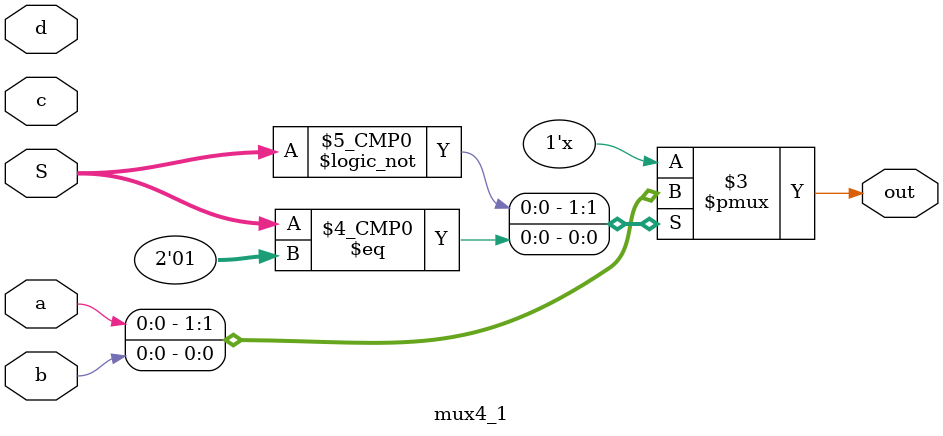
<source format=v>
module mux4_1(output reg out, input wire a, b, c, d, input wire [1:0] S);

  always @(a,b,c,d,S) begin
    case (S)
      2'b0: out = a;
      2'b1: out = b;
      2'b0: out = c;
      2'b1: out = d;
    endcase  
  end

endmodule
</source>
